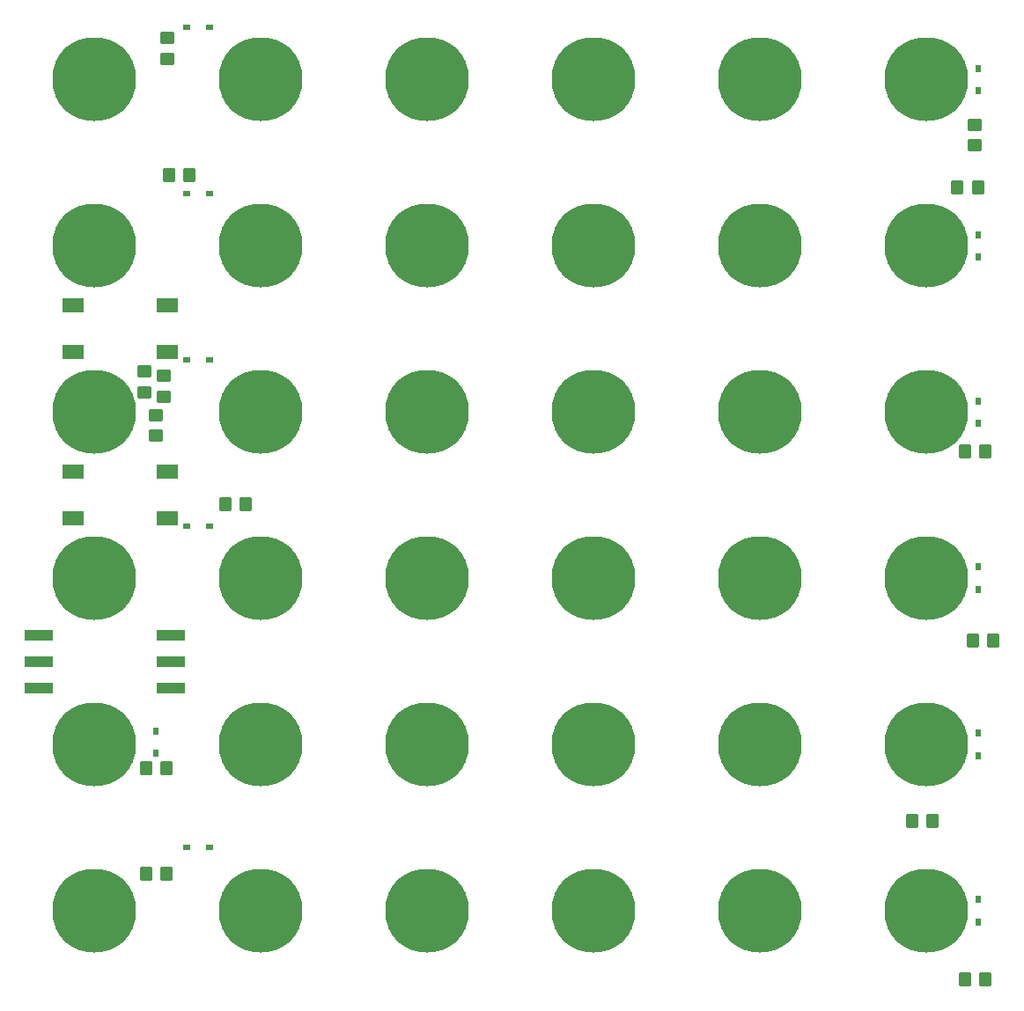
<source format=gbr>
%TF.GenerationSoftware,KiCad,Pcbnew,7.0.9*%
%TF.CreationDate,2024-03-13T01:01:39-05:00*%
%TF.ProjectId,BOARD,424f4152-442e-46b6-9963-61645f706362,rev?*%
%TF.SameCoordinates,Original*%
%TF.FileFunction,Paste,Top*%
%TF.FilePolarity,Positive*%
%FSLAX46Y46*%
G04 Gerber Fmt 4.6, Leading zero omitted, Abs format (unit mm)*
G04 Created by KiCad (PCBNEW 7.0.9) date 2024-03-13 01:01:39*
%MOMM*%
%LPD*%
G01*
G04 APERTURE LIST*
G04 Aperture macros list*
%AMRoundRect*
0 Rectangle with rounded corners*
0 $1 Rounding radius*
0 $2 $3 $4 $5 $6 $7 $8 $9 X,Y pos of 4 corners*
0 Add a 4 corners polygon primitive as box body*
4,1,4,$2,$3,$4,$5,$6,$7,$8,$9,$2,$3,0*
0 Add four circle primitives for the rounded corners*
1,1,$1+$1,$2,$3*
1,1,$1+$1,$4,$5*
1,1,$1+$1,$6,$7*
1,1,$1+$1,$8,$9*
0 Add four rect primitives between the rounded corners*
20,1,$1+$1,$2,$3,$4,$5,0*
20,1,$1+$1,$4,$5,$6,$7,0*
20,1,$1+$1,$6,$7,$8,$9,0*
20,1,$1+$1,$8,$9,$2,$3,0*%
G04 Aperture macros list end*
%ADD10C,4.000000*%
%ADD11RoundRect,0.250000X0.450000X-0.350000X0.450000X0.350000X-0.450000X0.350000X-0.450000X-0.350000X0*%
%ADD12C,8.050000*%
%ADD13R,0.609600X0.660400*%
%ADD14RoundRect,0.250000X0.350000X0.450000X-0.350000X0.450000X-0.350000X-0.450000X0.350000X-0.450000X0*%
%ADD15R,2.100000X1.400000*%
%ADD16R,2.700000X1.000000*%
%ADD17RoundRect,0.250000X-0.350000X-0.450000X0.350000X-0.450000X0.350000X0.450000X-0.350000X0.450000X0*%
%ADD18R,0.660400X0.609600*%
%ADD19RoundRect,0.250000X-0.450000X0.350000X-0.450000X-0.350000X0.450000X-0.350000X0.450000X0.350000X0*%
G04 APERTURE END LIST*
D10*
%TO.C,J3*%
X90000000Y-80000000D02*
G75*
G03*
X90000000Y-80000000I-2000000J0D01*
G01*
%TO.C,J33*%
X170000000Y-80000000D02*
G75*
G03*
X170000000Y-80000000I-2000000J0D01*
G01*
%TO.C,J13*%
X122000000Y-48000000D02*
G75*
G03*
X122000000Y-48000000I-2000000J0D01*
G01*
%TO.C,J29*%
X154000000Y-112000000D02*
G75*
G03*
X154000000Y-112000000I-2000000J0D01*
G01*
%TO.C,J27*%
X154000000Y-80000000D02*
G75*
G03*
X154000000Y-80000000I-2000000J0D01*
G01*
%TO.C,J2*%
X90000000Y-64000000D02*
G75*
G03*
X90000000Y-64000000I-2000000J0D01*
G01*
%TO.C,J35*%
X170000000Y-112000000D02*
G75*
G03*
X170000000Y-112000000I-2000000J0D01*
G01*
%TO.C,J18*%
X122000000Y-128000000D02*
G75*
G03*
X122000000Y-128000000I-2000000J0D01*
G01*
%TO.C,J6*%
X90000000Y-128000000D02*
G75*
G03*
X90000000Y-128000000I-2000000J0D01*
G01*
%TO.C,J30*%
X154000000Y-128000000D02*
G75*
G03*
X154000000Y-128000000I-2000000J0D01*
G01*
%TO.C,J32*%
X170000000Y-64000000D02*
G75*
G03*
X170000000Y-64000000I-2000000J0D01*
G01*
%TO.C,J26*%
X154000000Y-64000000D02*
G75*
G03*
X154000000Y-64000000I-2000000J0D01*
G01*
%TO.C,J22*%
X138000000Y-96000000D02*
G75*
G03*
X138000000Y-96000000I-2000000J0D01*
G01*
%TO.C,J9*%
X106000000Y-80000000D02*
G75*
G03*
X106000000Y-80000000I-2000000J0D01*
G01*
%TO.C,J7*%
X106000000Y-48000000D02*
G75*
G03*
X106000000Y-48000000I-2000000J0D01*
G01*
%TO.C,J36*%
X170000000Y-128000000D02*
G75*
G03*
X170000000Y-128000000I-2000000J0D01*
G01*
%TO.C,J31*%
X170000000Y-48000000D02*
G75*
G03*
X170000000Y-48000000I-2000000J0D01*
G01*
%TO.C,J21*%
X138000000Y-80000000D02*
G75*
G03*
X138000000Y-80000000I-2000000J0D01*
G01*
%TO.C,J34*%
X170000000Y-96000000D02*
G75*
G03*
X170000000Y-96000000I-2000000J0D01*
G01*
%TO.C,J1*%
X90000000Y-48000000D02*
G75*
G03*
X90000000Y-48000000I-2000000J0D01*
G01*
%TO.C,J15*%
X122000000Y-80000000D02*
G75*
G03*
X122000000Y-80000000I-2000000J0D01*
G01*
%TO.C,J24*%
X138000000Y-128000000D02*
G75*
G03*
X138000000Y-128000000I-2000000J0D01*
G01*
%TO.C,J10*%
X106000000Y-96000000D02*
G75*
G03*
X106000000Y-96000000I-2000000J0D01*
G01*
%TO.C,J17*%
X122000000Y-112000000D02*
G75*
G03*
X122000000Y-112000000I-2000000J0D01*
G01*
%TO.C,J8*%
X106000000Y-64000000D02*
G75*
G03*
X106000000Y-64000000I-2000000J0D01*
G01*
%TO.C,J28*%
X154000000Y-96000000D02*
G75*
G03*
X154000000Y-96000000I-2000000J0D01*
G01*
%TO.C,J11*%
X106000000Y-112000000D02*
G75*
G03*
X106000000Y-112000000I-2000000J0D01*
G01*
%TO.C,J23*%
X138000000Y-112000000D02*
G75*
G03*
X138000000Y-112000000I-2000000J0D01*
G01*
%TO.C,J20*%
X138000000Y-64000000D02*
G75*
G03*
X138000000Y-64000000I-2000000J0D01*
G01*
%TO.C,J19*%
X138000000Y-48000000D02*
G75*
G03*
X138000000Y-48000000I-2000000J0D01*
G01*
%TO.C,J12*%
X106000000Y-128000000D02*
G75*
G03*
X106000000Y-128000000I-2000000J0D01*
G01*
%TO.C,J14*%
X122000000Y-64000000D02*
G75*
G03*
X122000000Y-64000000I-2000000J0D01*
G01*
%TO.C,J5*%
X90000000Y-112000000D02*
G75*
G03*
X90000000Y-112000000I-2000000J0D01*
G01*
%TO.C,J4*%
X90000000Y-96000000D02*
G75*
G03*
X90000000Y-96000000I-2000000J0D01*
G01*
%TO.C,J25*%
X154000000Y-48000000D02*
G75*
G03*
X154000000Y-48000000I-2000000J0D01*
G01*
%TO.C,J16*%
X122000000Y-96000000D02*
G75*
G03*
X122000000Y-96000000I-2000000J0D01*
G01*
%TD*%
D11*
%TO.C,R6*%
X94700000Y-78500000D03*
X94700000Y-76500000D03*
%TD*%
D12*
%TO.C,J3*%
X88000000Y-80000000D03*
%TD*%
%TO.C,J33*%
X168000000Y-80000000D03*
%TD*%
%TO.C,J13*%
X120000000Y-48000000D03*
%TD*%
%TO.C,J29*%
X152000000Y-112000000D03*
%TD*%
%TO.C,J27*%
X152000000Y-80000000D03*
%TD*%
%TO.C,J2*%
X88000000Y-64000000D03*
%TD*%
D13*
%TO.C,LED10*%
X173000000Y-62920500D03*
X173000000Y-65079500D03*
%TD*%
D12*
%TO.C,J35*%
X168000000Y-112000000D03*
%TD*%
D14*
%TO.C,R5*%
X97200000Y-57200000D03*
X95200000Y-57200000D03*
%TD*%
D15*
%TO.C,S2*%
X95050000Y-90250000D03*
X85950000Y-90250000D03*
X95050000Y-85750000D03*
X85950000Y-85750000D03*
%TD*%
D12*
%TO.C,J18*%
X120000000Y-128000000D03*
%TD*%
%TO.C,J6*%
X88000000Y-128000000D03*
%TD*%
%TO.C,J30*%
X152000000Y-128000000D03*
%TD*%
D13*
%TO.C,LED12*%
X173000000Y-97079500D03*
X173000000Y-94920500D03*
%TD*%
D12*
%TO.C,J32*%
X168000000Y-64000000D03*
%TD*%
D14*
%TO.C,R7*%
X102600000Y-88900000D03*
X100600000Y-88900000D03*
%TD*%
D12*
%TO.C,J26*%
X152000000Y-64000000D03*
%TD*%
%TO.C,J22*%
X136000000Y-96000000D03*
%TD*%
D16*
%TO.C,S3*%
X82650000Y-101460000D03*
X95350000Y-106540000D03*
X82650000Y-106540000D03*
X95350000Y-101460000D03*
X82650000Y-104000000D03*
X95350000Y-104000000D03*
%TD*%
D17*
%TO.C,R14*%
X171720000Y-83820000D03*
X173720000Y-83820000D03*
%TD*%
D12*
%TO.C,J9*%
X104000000Y-80000000D03*
%TD*%
D18*
%TO.C,LED6*%
X96920500Y-121920000D03*
X99079500Y-121920000D03*
%TD*%
D12*
%TO.C,J7*%
X104000000Y-48000000D03*
%TD*%
D17*
%TO.C,R13*%
X171000000Y-58420000D03*
X173000000Y-58420000D03*
%TD*%
D12*
%TO.C,J36*%
X168000000Y-128000000D03*
%TD*%
%TO.C,J31*%
X168000000Y-48000000D03*
%TD*%
%TO.C,J21*%
X136000000Y-80000000D03*
%TD*%
D17*
%TO.C,R16*%
X166640000Y-119380000D03*
X168640000Y-119380000D03*
%TD*%
D12*
%TO.C,J34*%
X168000000Y-96000000D03*
%TD*%
%TO.C,J1*%
X88000000Y-48000000D03*
%TD*%
%TO.C,J15*%
X120000000Y-80000000D03*
%TD*%
D11*
%TO.C,R4*%
X95000000Y-46000000D03*
X95000000Y-44000000D03*
%TD*%
D18*
%TO.C,LED1*%
X99079500Y-43000000D03*
X96920500Y-43000000D03*
%TD*%
D12*
%TO.C,J24*%
X136000000Y-128000000D03*
%TD*%
%TO.C,J10*%
X104000000Y-96000000D03*
%TD*%
D18*
%TO.C,LED2*%
X96920500Y-59000000D03*
X99079500Y-59000000D03*
%TD*%
D13*
%TO.C,LED11*%
X173000000Y-81079500D03*
X173000000Y-78920500D03*
%TD*%
D15*
%TO.C,S1*%
X95050000Y-74250000D03*
X85950000Y-74250000D03*
X95050000Y-69750000D03*
X85950000Y-69750000D03*
%TD*%
D12*
%TO.C,J17*%
X120000000Y-112000000D03*
%TD*%
D17*
%TO.C,R8*%
X92980000Y-114300000D03*
X94980000Y-114300000D03*
%TD*%
D12*
%TO.C,J8*%
X104000000Y-64000000D03*
%TD*%
D18*
%TO.C,LED4*%
X99079500Y-91000000D03*
X96920500Y-91000000D03*
%TD*%
D17*
%TO.C,R15*%
X172500000Y-102000000D03*
X174500000Y-102000000D03*
%TD*%
%TO.C,R9*%
X92980000Y-124460000D03*
X94980000Y-124460000D03*
%TD*%
D11*
%TO.C,R21*%
X92800000Y-78100000D03*
X92800000Y-76100000D03*
%TD*%
D12*
%TO.C,J28*%
X152000000Y-96000000D03*
%TD*%
D17*
%TO.C,R17*%
X171720000Y-134620000D03*
X173720000Y-134620000D03*
%TD*%
D13*
%TO.C,LED5*%
X93980000Y-112839500D03*
X93980000Y-110680500D03*
%TD*%
D12*
%TO.C,J11*%
X104000000Y-112000000D03*
%TD*%
D11*
%TO.C,R12*%
X172720000Y-54340000D03*
X172720000Y-52340000D03*
%TD*%
D12*
%TO.C,J23*%
X136000000Y-112000000D03*
%TD*%
%TO.C,J20*%
X136000000Y-64000000D03*
%TD*%
%TO.C,J19*%
X136000000Y-48000000D03*
%TD*%
%TO.C,J12*%
X104000000Y-128000000D03*
%TD*%
%TO.C,J14*%
X120000000Y-64000000D03*
%TD*%
D19*
%TO.C,R20*%
X93980000Y-80280000D03*
X93980000Y-82280000D03*
%TD*%
D12*
%TO.C,J5*%
X88000000Y-112000000D03*
%TD*%
%TO.C,J4*%
X88000000Y-96000000D03*
%TD*%
D13*
%TO.C,LED14*%
X173000000Y-129079500D03*
X173000000Y-126920500D03*
%TD*%
%TO.C,LED9*%
X173000000Y-49079500D03*
X173000000Y-46920500D03*
%TD*%
%TO.C,LED13*%
X173000000Y-113079500D03*
X173000000Y-110920500D03*
%TD*%
D18*
%TO.C,LED3*%
X96920500Y-75000000D03*
X99079500Y-75000000D03*
%TD*%
D12*
%TO.C,J25*%
X152000000Y-48000000D03*
%TD*%
%TO.C,J16*%
X120000000Y-96000000D03*
%TD*%
M02*

</source>
